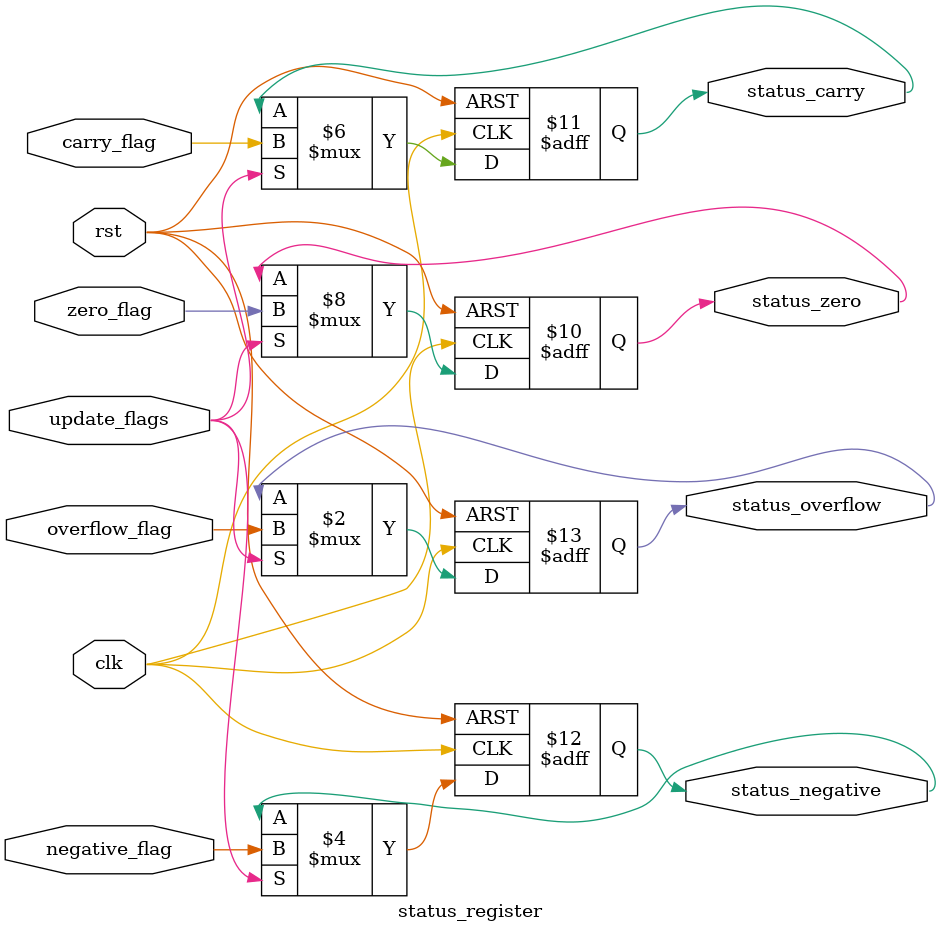
<source format=v>
`timescale 1ns / 1ps

// ====================
// STATUS REGISTER MODULE
// ====================
module status_register (
    input wire clk,
    input wire rst,
    input wire update_flags,
    input wire zero_flag,
    input wire carry_flag,
    input wire negative_flag,
    input wire overflow_flag,
    output reg status_zero,
    output reg status_carry,
    output reg status_negative,
    output reg status_overflow
);

always @(posedge clk or posedge rst) begin
    if (rst) begin
        status_zero <= 1'b0;
        status_carry <= 1'b0;
        status_negative <= 1'b0;
        status_overflow <= 1'b0;
    end else if (update_flags) begin
        status_zero <= zero_flag;
        status_carry <= carry_flag;
        status_negative <= negative_flag;
        status_overflow <= overflow_flag;
    end
end

endmodule

</source>
